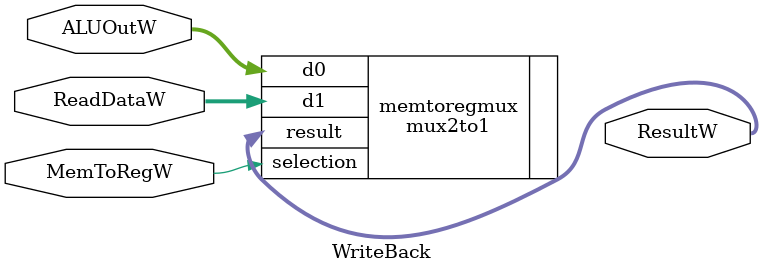
<source format=sv>
module WriteBack #(parameter WIDTH=8)(
    input logic MemToRegW,
    input logic [WIDTH-1:0] ReadDataW, ALUOutW,
    output logic [WIDTH-1:0] ResultW
);

    // Mux Mem To Reg
    mux2to1 #(WIDTH) memtoregmux(.d0(ALUOutW), .d1(ReadDataW),
                         .selection(MemToRegW), 
                         .result(ResultW));

endmodule

</source>
